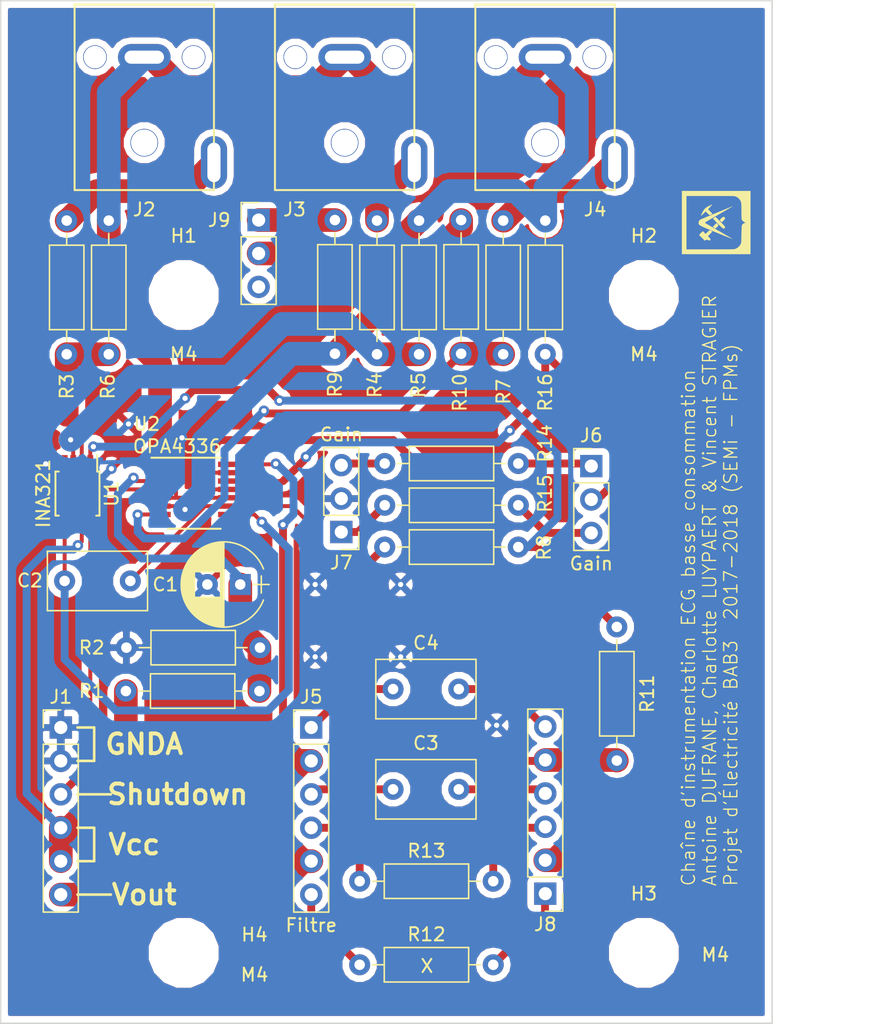
<source format=kicad_pcb>
(kicad_pcb (version 4) (host pcbnew 4.0.7)
  (layers (0 F.Cu signal) (31 B.Cu signal) (35 F.Paste user hide) (37 F.SilkS user) (39 F.Mask user) (44 Edge.Cuts user))
  (net 0 "")
  (net 1 "Net-(C2-Pad1)")
  (net 2 "Net-(C2-Pad2)")
  (net 3 "Net-(C3-Pad1)")
  (net 4 "Net-(C3-Pad2)")
  (net 5 GNDA)
  (net 6 "Net-(J2-Pad1)")
  (net 7 "Net-(J3-Pad1)")
  (net 8 "Net-(J4-Pad1)")
  (net 9 "Net-(J5-Pad4)")
  (net 10 "Net-(J5-Pad6)")
  (net 11 "Net-(J6-Pad1)")
  (net 12 "Net-(J6-Pad3)")
  (net 13 "Net-(R11-Pad1)")
  (net 14 "Net-(R10-Pad2)")
  (net 15 "Net-(R10-Pad1)")
  (net 16 "Net-(U2-Pad8)")
  (net 17 "Net-(U2-Pad9)")
  (net 18 "Net-(C4-Pad1)")
  (net 19 "Net-(C4-Pad2)")
  (net 20 "Net-(R3-Pad1)")
  (net 21 "Net-(R4-Pad1)")
  (net 22 "Net-(J7-Pad1)")
  (net 23 "Net-(J7-Pad3)")
  (net 24 "Net-(J8-Pad1)")
  (net 25 "Net-(J8-Pad2)")
  (net 26 "Net-(J8-Pad3)")
  (net 27 VR_0)
  (net 28 SD)
  (net 29 VCC)
  (net 30 Vout)
  (net 31 VR)
  (net 32 +In_D)
  (net 33 "Net-(J9-Pad1)")
  (net 34 "Net-(J9-Pad3)")
  (module KiCad_empreintes:VIA_0.8mm (layer F.Cu) (at 140 97.5)
    (fp_text reference REF** hide)
    (fp_text value VIA_0.8mm hide)
    (pad 1 thru_hole circle (at 0 0) (size 0.8 0.8) (drill 0.4) (layers *.Cu *.Mask) (net 5 GNDA))
  )
  (module KiCad_empreintes:VIA_0.8mm (layer F.Cu) (at 146.5 97.5)
    (fp_text reference REF** hide)
    (fp_text value VIA_0.8mm hide)
    (pad 1 thru_hole circle (at 0 0) (size 0.8 0.8) (drill 0.4) (layers *.Cu *.Mask) (net 5 GNDA))
  )
  (module KiCad_empreintes:VIA_0.8mm (layer F.Cu) (at 146.5 92)
    (fp_text reference REF** hide)
    (fp_text value VIA_0.8mm hide)
    (pad 1 thru_hole circle (at 0 0) (size 0.8 0.8) (drill 0.4) (layers *.Cu *.Mask) (net 5 GNDA))
  )
  (module Housings_SSOP:MSOP-8_3x3mm_Pitch0.65mm (layer F.Cu) (at 121.92 85.09 270)
    (fp_text reference U1 (at 0 -2.6 270) (layer F.SilkS))
    (fp_text value INA321 (at 0 2.6 270) (layer F.SilkS))
    (pad 1 smd rect (at -2.2 -0.975 270) (size 1.45 0.45) (layers F.Cu F.Paste F.Mask) (net 13 "Net-(R11-Pad1)"))
    (pad 2 smd rect (at -2.2 -0.325 270) (size 1.45 0.45) (layers F.Cu F.Paste F.Mask) (net 20 "Net-(R3-Pad1)"))
    (pad 3 smd rect (at -2.2 0.325 270) (size 1.45 0.45) (layers F.Cu F.Paste F.Mask) (net 21 "Net-(R4-Pad1)"))
    (pad 4 smd rect (at -2.2 0.975 270) (size 1.45 0.45) (layers F.Cu F.Paste F.Mask) (net 5 GNDA))
    (pad 5 smd rect (at 2.2 0.975 270) (size 1.45 0.45) (layers F.Cu F.Paste F.Mask) (net 1 "Net-(C2-Pad1)"))
    (pad 6 smd rect (at 2.2 0.325 270) (size 1.45 0.45) (layers F.Cu F.Paste F.Mask) (net 13 "Net-(R11-Pad1)"))
    (pad 7 smd rect (at 2.2 -0.325 270) (size 1.45 0.45) (layers F.Cu F.Paste F.Mask) (net 29 VCC))
    (pad 8 smd rect (at 2.2 -0.975 270) (size 1.45 0.45) (layers F.Cu F.Paste F.Mask) (net 28 SD))
  )
  (module Mounting_Holes:MountingHole_4.3mm_M4_ISO14580 (layer F.Cu) (at 130 120)
    (fp_text reference H4 (at 5.382 -1.382) (layer F.SilkS))
    (fp_text value M4 (at 5.382 1.666) (layer F.SilkS))
    (pad 1 np_thru_hole circle (at 0 0) (size 4.3 4.3) (drill 4.3) (layers *.Cu *.Mask))
  )
  (module Mounting_Holes:MountingHole_4.3mm_M4_ISO14580 (layer F.Cu) (at 165 120)
    (fp_text reference H3 (at 0 -4.5) (layer F.SilkS))
    (fp_text value M4 (at 5.434 0.142) (layer F.SilkS))
    (pad 1 np_thru_hole circle (at 0 0) (size 4.3 4.3) (drill 4.3) (layers *.Cu *.Mask))
  )
  (module Mounting_Holes:MountingHole_4.3mm_M4_ISO14580 (layer F.Cu) (at 130 70)
    (fp_text reference H1 (at 0 -4.5) (layer F.SilkS))
    (fp_text value M4 (at 0 4.5) (layer F.SilkS))
    (pad 1 np_thru_hole circle (at 0 0) (size 4.3 4.3) (drill 4.3) (layers *.Cu *.Mask))
  )
  (module Pin_Headers:Pin_Header_Straight_1x06_Pitch2.54mm (layer F.Cu) (at 120.65 102.87)
    (fp_text reference J1 (at 0 -2.33) (layer F.SilkS))
    (fp_text value "GNDA Shutdown V+ Vout" hide)
    (pad 1 thru_hole rect (at 0 0) (size 1.7 1.7) (drill 1) (layers *.Cu *.Mask) (net 5 GNDA))
    (pad 2 thru_hole oval (at 0 2.54) (size 1.7 1.7) (drill 1) (layers *.Cu *.Mask) (net 5 GNDA))
    (pad 3 thru_hole oval (at 0 5.08) (size 1.7 1.7) (drill 1) (layers *.Cu *.Mask) (net 28 SD))
    (pad 4 thru_hole oval (at 0 7.62) (size 1.7 1.7) (drill 1) (layers *.Cu *.Mask) (net 29 VCC))
    (pad 5 thru_hole oval (at 0 10.16) (size 1.7 1.7) (drill 1) (layers *.Cu *.Mask) (net 29 VCC))
    (pad 6 thru_hole oval (at 0 12.7) (size 1.7 1.7) (drill 1) (layers *.Cu *.Mask) (net 30 Vout))
  )
  (module Pin_Headers:Pin_Header_Straight_1x06_Pitch2.54mm (layer F.Cu) (at 139.7 102.87)
    (fp_text reference J5 (at 0 -2.33) (layer F.SilkS))
    (fp_text value Filtre (at 0 15.03) (layer F.SilkS))
    (pad 1 thru_hole rect (at 0 0) (size 1.7 1.7) (drill 1) (layers *.Cu *.Mask) (net 18 "Net-(C4-Pad1)"))
    (pad 2 thru_hole oval (at 0 2.54) (size 1.7 1.7) (drill 1) (layers *.Cu *.Mask) (net 30 Vout))
    (pad 3 thru_hole oval (at 0 5.08) (size 1.7 1.7) (drill 1) (layers *.Cu *.Mask) (net 3 "Net-(C3-Pad1)"))
    (pad 4 thru_hole oval (at 0 7.62) (size 1.7 1.7) (drill 1) (layers *.Cu *.Mask) (net 9 "Net-(J5-Pad4)"))
    (pad 5 thru_hole oval (at 0 10.16) (size 1.7 1.7) (drill 1) (layers *.Cu *.Mask) (net 30 Vout))
    (pad 6 thru_hole oval (at 0 12.7) (size 1.7 1.7) (drill 1) (layers *.Cu *.Mask) (net 10 "Net-(J5-Pad6)"))
  )
  (module Resistors_THT:R_Axial_DIN0207_L6.3mm_D2.5mm_P10.16mm_Horizontal (layer F.Cu) (at 125.6 100.1)
    (fp_text reference R1 (at -2.6 0) (layer F.SilkS))
    (fp_text value 100K hide)
    (pad 1 thru_hole circle (at 0 0) (size 1.6 1.6) (drill 0.8) (layers *.Cu *.Mask) (net 29 VCC))
    (pad 2 thru_hole oval (at 10.16 0) (size 1.6 1.6) (drill 0.8) (layers *.Cu *.Mask) (net 27 VR_0))
  )
  (module Resistors_THT:R_Axial_DIN0207_L6.3mm_D2.5mm_P10.16mm_Horizontal (layer F.Cu) (at 135.8 96.8 180)
    (fp_text reference R2 (at 12.8 0 180) (layer F.SilkS))
    (fp_text value 100K)
    (pad 1 thru_hole circle (at 0 0 180) (size 1.6 1.6) (drill 0.8) (layers *.Cu *.Mask) (net 27 VR_0))
    (pad 2 thru_hole oval (at 10.16 0 180) (size 1.6 1.6) (drill 0.8) (layers *.Cu *.Mask) (net 5 GNDA))
  )
  (module Resistors_THT:R_Axial_DIN0207_L6.3mm_D2.5mm_P10.16mm_Horizontal (layer F.Cu) (at 121.1 74.5 90)
    (fp_text reference R3 (at -2.451 0.007 90) (layer F.SilkS))
    (fp_text value 100K)
    (pad 1 thru_hole circle (at 0 0 90) (size 1.6 1.6) (drill 0.8) (layers *.Cu *.Mask) (net 20 "Net-(R3-Pad1)"))
    (pad 2 thru_hole oval (at 10.16 0 90) (size 1.6 1.6) (drill 0.8) (layers *.Cu *.Mask) (net 6 "Net-(J2-Pad1)"))
  )
  (module Resistors_THT:R_Axial_DIN0207_L6.3mm_D2.5mm_P10.16mm_Horizontal (layer F.Cu) (at 144.7 74.5 90)
    (fp_text reference R4 (at -2.351 -0.168 90) (layer F.SilkS))
    (fp_text value 100K)
    (pad 1 thru_hole circle (at 0 0 90) (size 1.6 1.6) (drill 0.8) (layers *.Cu *.Mask) (net 21 "Net-(R4-Pad1)"))
    (pad 2 thru_hole oval (at 10.16 0 90) (size 1.6 1.6) (drill 0.8) (layers *.Cu *.Mask) (net 7 "Net-(J3-Pad1)"))
  )
  (module Resistors_THT:R_Axial_DIN0207_L6.3mm_D2.5mm_P10.16mm_Horizontal (layer F.Cu) (at 147.9 74.5 90)
    (fp_text reference R5 (at -2.351 -0.043 90) (layer F.SilkS))
    (fp_text value 2M)
    (pad 1 thru_hole circle (at 0 0 90) (size 1.6 1.6) (drill 0.8) (layers *.Cu *.Mask) (net 21 "Net-(R4-Pad1)"))
    (pad 2 thru_hole oval (at 10.16 0 90) (size 1.6 1.6) (drill 0.8) (layers *.Cu *.Mask) (net 31 VR))
  )
  (module Resistors_THT:R_Axial_DIN0207_L6.3mm_D2.5mm_P10.16mm_Horizontal (layer F.Cu) (at 124.3 74.5 90)
    (fp_text reference R6 (at -2.451 -0.068 90) (layer F.SilkS))
    (fp_text value 2M)
    (pad 1 thru_hole circle (at 0 0 90) (size 1.6 1.6) (drill 0.8) (layers *.Cu *.Mask) (net 20 "Net-(R3-Pad1)"))
    (pad 2 thru_hole oval (at 10.16 0 90) (size 1.6 1.6) (drill 0.8) (layers *.Cu *.Mask) (net 31 VR))
  )
  (module Resistors_THT:R_Axial_DIN0207_L6.3mm_D2.5mm_P10.16mm_Horizontal (layer F.Cu) (at 154.3 74.5 90)
    (fp_text reference R7 (at -2.851 0.027 90) (layer F.SilkS))
    (fp_text value 100K)
    (pad 1 thru_hole circle (at 0 0 90) (size 1.6 1.6) (drill 0.8) (layers *.Cu *.Mask) (net 14 "Net-(R10-Pad2)"))
    (pad 2 thru_hole oval (at 10.16 0 90) (size 1.6 1.6) (drill 0.8) (layers *.Cu *.Mask) (net 8 "Net-(J4-Pad1)"))
  )
  (module Resistors_THT:R_Axial_DIN0207_L6.3mm_D2.5mm_P10.16mm_Horizontal (layer F.Cu) (at 155.448 89.154 180)
    (fp_text reference R8 (at -1.952 -0.046 270) (layer F.SilkS))
    (fp_text value 1M)
    (pad 1 thru_hole circle (at 0 0 180) (size 1.6 1.6) (drill 0.8) (layers *.Cu *.Mask) (net 13 "Net-(R11-Pad1)"))
    (pad 2 thru_hole oval (at 10.16 0 180) (size 1.6 1.6) (drill 0.8) (layers *.Cu *.Mask) (net 2 "Net-(C2-Pad2)"))
  )
  (module Resistors_THT:R_Axial_DIN0207_L6.3mm_D2.5mm_P10.16mm_Horizontal (layer F.Cu) (at 141.5 64.3 270)
    (fp_text reference R9 (at 12.511 -0.007 270) (layer F.SilkS))
    (fp_text value 10K)
    (pad 1 thru_hole circle (at 0 0 270) (size 1.6 1.6) (drill 0.8) (layers *.Cu *.Mask) (net 33 "Net-(J9-Pad1)"))
    (pad 2 thru_hole oval (at 10.16 0 270) (size 1.6 1.6) (drill 0.8) (layers *.Cu *.Mask) (net 15 "Net-(R10-Pad1)"))
  )
  (module Resistors_THT:R_Axial_DIN0207_L6.3mm_D2.5mm_P10.16mm_Horizontal (layer F.Cu) (at 151.1 64.3 270)
    (fp_text reference R10 (at 13.111 0.098 270) (layer F.SilkS))
    (fp_text value 390K)
    (pad 1 thru_hole circle (at 0 0 270) (size 1.6 1.6) (drill 0.8) (layers *.Cu *.Mask) (net 15 "Net-(R10-Pad1)"))
    (pad 2 thru_hole oval (at 10.16 0 270) (size 1.6 1.6) (drill 0.8) (layers *.Cu *.Mask) (net 14 "Net-(R10-Pad2)"))
  )
  (module Resistors_THT:R_Axial_DIN0207_L6.3mm_D2.5mm_P10.16mm_Horizontal (layer F.Cu) (at 162.941 95.2246 270)
    (fp_text reference R11 (at 5.08 -2.31 270) (layer F.SilkS))
    (fp_text value 10K hide)
    (pad 1 thru_hole circle (at 0 0 270) (size 1.6 1.6) (drill 0.8) (layers *.Cu *.Mask) (net 13 "Net-(R11-Pad1)"))
    (pad 2 thru_hole oval (at 10.16 0 270) (size 1.6 1.6) (drill 0.8) (layers *.Cu *.Mask) (net 25 "Net-(J8-Pad2)"))
  )
  (module Resistors_THT:R_Axial_DIN0207_L6.3mm_D2.5mm_P10.16mm_Horizontal (layer F.Cu) (at 143.383 120.904)
    (fp_text reference R12 (at 5.08 -2.31) (layer F.SilkS))
    (fp_text value X (at 5.117 0.096) (layer F.SilkS))
    (pad 1 thru_hole circle (at 0 0) (size 1.6 1.6) (drill 0.8) (layers *.Cu *.Mask) (net 10 "Net-(J5-Pad6)"))
    (pad 2 thru_hole oval (at 10.16 0) (size 1.6 1.6) (drill 0.8) (layers *.Cu *.Mask) (net 24 "Net-(J8-Pad1)"))
  )
  (module Resistors_THT:R_Axial_DIN0207_L6.3mm_D2.5mm_P10.16mm_Horizontal (layer F.Cu) (at 143.383 114.554)
    (fp_text reference R13 (at 5.08 -2.31) (layer F.SilkS))
    (fp_text value 1M hide)
    (pad 1 thru_hole circle (at 0 0) (size 1.6 1.6) (drill 0.8) (layers *.Cu *.Mask) (net 9 "Net-(J5-Pad4)"))
    (pad 2 thru_hole oval (at 10.16 0) (size 1.6 1.6) (drill 0.8) (layers *.Cu *.Mask) (net 26 "Net-(J8-Pad3)"))
  )
  (module Resistors_THT:R_Axial_DIN0207_L6.3mm_D2.5mm_P10.16mm_Horizontal (layer F.Cu) (at 155.448 82.804 180)
    (fp_text reference R14 (at -2.032 1.524 270) (layer F.SilkS))
    (fp_text value 1M)
    (pad 1 thru_hole circle (at 0 0 180) (size 1.6 1.6) (drill 0.8) (layers *.Cu *.Mask) (net 11 "Net-(J6-Pad1)"))
    (pad 2 thru_hole oval (at 10.16 0 180) (size 1.6 1.6) (drill 0.8) (layers *.Cu *.Mask) (net 23 "Net-(J7-Pad3)"))
  )
  (module Resistors_THT:R_Axial_DIN0207_L6.3mm_D2.5mm_P10.16mm_Horizontal (layer F.Cu) (at 155.448 85.979 180)
    (fp_text reference R15 (at -2.032 0.889 270) (layer F.SilkS))
    (fp_text value X)
    (pad 1 thru_hole circle (at 0 0 180) (size 1.6 1.6) (drill 0.8) (layers *.Cu *.Mask) (net 12 "Net-(J6-Pad3)"))
    (pad 2 thru_hole oval (at 10.16 0 180) (size 1.6 1.6) (drill 0.8) (layers *.Cu *.Mask) (net 22 "Net-(J7-Pad1)"))
  )
  (module Mounting_Holes:MountingHole_4.3mm_M4_ISO14580 (layer F.Cu) (at 165 70)
    (fp_text reference H2 (at 0 -4.5) (layer F.SilkS))
    (fp_text value M4 (at 0 4.5) (layer F.SilkS))
    (pad 1 np_thru_hole circle (at 0 0) (size 4.3 4.3) (drill 4.3) (layers *.Cu *.Mask))
  )
  (module KiCad_empreintes:DBQ0016A (layer F.Cu) (at 130.81 85.09)
    (fp_text reference U2 (at -3.61 -5.29) (layer F.SilkS))
    (fp_text value OPA4336 (at -1.31 -3.59) (layer F.SilkS))
    (pad 1 smd rect (at -2.6 -2.2225) (size 1.6 0.41) (layers F.Cu F.Paste F.Mask) (net 31 VR))
    (pad 2 smd rect (at -2.6 -1.5875) (size 1.6 0.41) (layers F.Cu F.Paste F.Mask) (net 31 VR))
    (pad 3 smd rect (at -2.6 -0.9525) (size 1.6 0.41) (layers F.Cu F.Paste F.Mask) (net 27 VR_0))
    (pad 4 smd rect (at -2.6 -0.3175) (size 1.6 0.41) (layers F.Cu F.Paste F.Mask) (net 29 VCC))
    (pad 5 smd rect (at -2.6 0.3175) (size 1.6 0.41) (layers F.Cu F.Paste F.Mask) (net 31 VR))
    (pad 6 smd rect (at -2.6 0.9525) (size 1.6 0.41) (layers F.Cu F.Paste F.Mask) (net 15 "Net-(R10-Pad1)"))
    (pad 7 smd rect (at -2.6 1.5875) (size 1.6 0.41) (layers F.Cu F.Paste F.Mask) (net 14 "Net-(R10-Pad2)"))
    (pad 8 smd rect (at -2.6 2.2225) (size 1.6 0.41) (layers F.Cu F.Paste F.Mask) (net 16 "Net-(U2-Pad8)"))
    (pad 9 smd rect (at 2.6 2.2225) (size 1.6 0.41) (layers F.Cu F.Paste F.Mask) (net 17 "Net-(U2-Pad9)"))
    (pad 10 smd rect (at 2.6 1.5875) (size 1.6 0.41) (layers F.Cu F.Paste F.Mask) (net 1 "Net-(C2-Pad1)"))
    (pad 11 smd rect (at 2.6 0.9525) (size 1.6 0.41) (layers F.Cu F.Paste F.Mask) (net 2 "Net-(C2-Pad2)"))
    (pad 12 smd rect (at 2.6 0.3175) (size 1.6 0.41) (layers F.Cu F.Paste F.Mask) (net 31 VR))
    (pad 13 smd rect (at 2.6 -0.3175) (size 1.6 0.41) (layers F.Cu F.Paste F.Mask) (net 5 GNDA))
    (pad 14 smd rect (at 2.6 -0.9525) (size 1.6 0.41) (layers F.Cu F.Paste F.Mask) (net 32 +In_D))
    (pad 15 smd rect (at 2.6 -1.5875) (size 1.6 0.41) (layers F.Cu F.Paste F.Mask) (net 25 "Net-(J8-Pad2)"))
    (pad 16 smd rect (at 2.6 -2.2225) (size 1.6 0.41) (layers F.Cu F.Paste F.Mask) (net 30 Vout))
  )
  (module KiCad_empreintes:Blason_FPMs_4,8X5,2 (layer F.Cu) (at 170.5 64.5 90)
    (fp_text reference "" hide)
    (fp_text value "" (at -0.7366 13.4366 90) (layer F.SilkS))
  )
  (module Pin_Headers:Pin_Header_Straight_1x03_Pitch2.54mm (layer F.Cu) (at 141.986 88.011 180)
    (fp_text reference J7 (at 0 -2.33 180) (layer F.SilkS))
    (fp_text value Gain (at 0 7.41 180) (layer F.SilkS))
    (pad 1 thru_hole rect (at 0 0 180) (size 1.7 1.7) (drill 1) (layers *.Cu *.Mask) (net 22 "Net-(J7-Pad1)"))
    (pad 2 thru_hole oval (at 0 2.54 180) (size 1.7 1.7) (drill 1) (layers *.Cu *.Mask) (net 5 GNDA))
    (pad 3 thru_hole oval (at 0 5.08 180) (size 1.7 1.7) (drill 1) (layers *.Cu *.Mask) (net 23 "Net-(J7-Pad3)"))
  )
  (module Pin_Headers:Pin_Header_Straight_1x06_Pitch2.54mm (layer F.Cu) (at 157.5 115.5 180)
    (fp_text reference J8 (at 0 -2.33 180) (layer F.SilkS))
    (fp_text value Filtre)
    (pad 1 thru_hole rect (at 0 0 180) (size 1.7 1.7) (drill 1) (layers *.Cu *.Mask) (net 24 "Net-(J8-Pad1)"))
    (pad 2 thru_hole oval (at 0 2.54 180) (size 1.7 1.7) (drill 1) (layers *.Cu *.Mask) (net 25 "Net-(J8-Pad2)"))
    (pad 3 thru_hole oval (at 0 5.08 180) (size 1.7 1.7) (drill 1) (layers *.Cu *.Mask) (net 26 "Net-(J8-Pad3)"))
    (pad 4 thru_hole oval (at 0 7.62 180) (size 1.7 1.7) (drill 1) (layers *.Cu *.Mask) (net 4 "Net-(C3-Pad2)"))
    (pad 5 thru_hole oval (at 0 10.16 180) (size 1.7 1.7) (drill 1) (layers *.Cu *.Mask) (net 25 "Net-(J8-Pad2)"))
    (pad 6 thru_hole oval (at 0 12.7 180) (size 1.7 1.7) (drill 1) (layers *.Cu *.Mask) (net 19 "Net-(C4-Pad2)"))
  )
  (module Resistors_THT:R_Axial_DIN0207_L6.3mm_D2.5mm_P10.16mm_Horizontal (layer F.Cu) (at 157.5 74.5 90)
    (fp_text reference R16 (at -2.9 0 90) (layer F.SilkS))
    (fp_text value 10K)
    (pad 1 thru_hole circle (at 0 0 90) (size 1.6 1.6) (drill 0.8) (layers *.Cu *.Mask) (net 32 +In_D))
    (pad 2 thru_hole oval (at 10.16 0 90) (size 1.6 1.6) (drill 0.8) (layers *.Cu *.Mask) (net 31 VR))
  )
  (module Pin_Headers:Pin_Header_Straight_1x03_Pitch2.54mm (layer F.Cu) (at 161 83)
    (fp_text reference J6 (at 0 -2.33) (layer F.SilkS))
    (fp_text value Gain (at 0 7.41) (layer F.SilkS))
    (pad 1 thru_hole rect (at 0 0) (size 1.7 1.7) (drill 1) (layers *.Cu *.Mask) (net 11 "Net-(J6-Pad1)"))
    (pad 2 thru_hole oval (at 0 2.54) (size 1.7 1.7) (drill 1) (layers *.Cu *.Mask) (net 32 +In_D))
    (pad 3 thru_hole oval (at 0 5.08) (size 1.7 1.7) (drill 1) (layers *.Cu *.Mask) (net 12 "Net-(J6-Pad3)"))
  )
  (module Capacitors_THT:CP_Radial_D6.3mm_P2.50mm (layer F.Cu) (at 134.3 92 180)
    (fp_text reference C1 (at 5.7 0 180) (layer F.SilkS))
    (fp_text value 1µF)
    (pad 1 thru_hole rect (at 0 0 180) (size 1.6 1.6) (drill 0.8) (layers *.Cu *.Mask) (net 27 VR_0))
    (pad 2 thru_hole circle (at 2.5 0 180) (size 1.6 1.6) (drill 0.8) (layers *.Cu *.Mask) (net 5 GNDA))
  )
  (module KiCad_empreintes:VIA_0.8mm (layer F.Cu) (at 140 92)
    (fp_text reference REF** hide)
    (fp_text value VIA_0.8mm hide)
    (pad 1 thru_hole circle (at 0 0) (size 0.8 0.8) (drill 0.4) (layers *.Cu *.Mask) (net 5 GNDA))
  )
  (module KiCad_empreintes:VIA_0.8mm (layer F.Cu) (at 160 109.2)
    (fp_text reference REF** hide)
    (fp_text value VIA_0.8mm hide)
  )
  (module KiCad_empreintes:VIA_0.8mm (layer F.Cu) (at 153.8 102.7)
    (fp_text reference REF** hide)
    (fp_text value VIA_0.8mm hide)
    (pad 1 thru_hole circle (at 0 0) (size 0.8 0.8) (drill 0.4) (layers *.Cu *.Mask) (net 5 GNDA))
  )
  (module Capacitors_THT:C_Disc_D7.5mm_W4.4mm_P5.00mm (layer F.Cu) (at 120.94 91.73)
    (fp_text reference C2 (at -2.64 -0.03) (layer F.SilkS))
    (fp_text value 0.1µ)
    (pad 1 thru_hole circle (at 0 0) (size 1.6 1.6) (drill 0.8) (layers *.Cu *.Mask) (net 1 "Net-(C2-Pad1)"))
    (pad 2 thru_hole circle (at 5 0) (size 1.6 1.6) (drill 0.8) (layers *.Cu *.Mask) (net 2 "Net-(C2-Pad2)"))
  )
  (module Capacitors_THT:C_Disc_D7.5mm_W4.4mm_P5.00mm (layer F.Cu) (at 145.923 99.949)
    (fp_text reference C4 (at 2.5 -3.51) (layer F.SilkS))
    (fp_text value X)
    (pad 1 thru_hole circle (at 0 0) (size 1.6 1.6) (drill 0.8) (layers *.Cu *.Mask) (net 18 "Net-(C4-Pad1)"))
    (pad 2 thru_hole circle (at 5 0) (size 1.6 1.6) (drill 0.8) (layers *.Cu *.Mask) (net 19 "Net-(C4-Pad2)"))
  )
  (module Capacitors_THT:C_Disc_D7.5mm_W4.4mm_P5.00mm (layer F.Cu) (at 145.923 107.569)
    (fp_text reference C3 (at 2.5 -3.51) (layer F.SilkS))
    (fp_text value 1.6n)
    (pad 1 thru_hole circle (at 0 0) (size 1.6 1.6) (drill 0.8) (layers *.Cu *.Mask) (net 3 "Net-(C3-Pad1)"))
    (pad 2 thru_hole circle (at 5 0) (size 1.6 1.6) (drill 0.8) (layers *.Cu *.Mask) (net 4 "Net-(C3-Pad2)"))
  )
  (module KiCad_empreintes:VIA_0.8mm (layer F.Cu) (at 124.5 83.2)
    (fp_text reference REF** hide)
    (fp_text value VIA_0.8mm hide)
    (pad 1 thru_hole circle (at 0 0) (size 0.8 0.8) (drill 0.4) (layers *.Cu *.Mask) (net 5 GNDA))
  )
  (module KiCad_empreintes:VIA_0.8mm (layer F.Cu) (at 125.8 79.8)
    (fp_text reference REF** hide)
    (fp_text value VIA_0.8mm hide)
    (pad 1 thru_hole circle (at 0 0) (size 0.8 0.8) (drill 0.4) (layers *.Cu *.Mask) (net 5 GNDA))
  )
  (module KiCad_empreintes:JEITA_RC-5231 (layer F.Cu) (at 157.48 58.42)
    (fp_text reference J4 (at 3.81 5.08) (layer F.SilkS))
    (fp_text value "Right Leg")
    (pad "" np_thru_hole circle (at -3.75 -6.5) (size 1.8 1.8) (drill 1.7) (layers *.Cu *.Mask))
    (pad "" np_thru_hole circle (at 3.75 -6.5) (size 1.8 1.8) (drill 1.7) (layers *.Cu *.Mask))
    (pad "" np_thru_hole circle (at 0 0) (size 2.1 2.1) (drill 2) (layers *.Cu *.Mask))
    (pad 2 thru_hole oval (at 0 -6.5) (size 4 2) (drill oval 3 1) (layers *.Cu *.Mask) (net 31 VR))
    (pad 1 thru_hole oval (at 5.3 1.5) (size 2 4) (drill oval 1 3) (layers *.Cu *.Mask) (net 8 "Net-(J4-Pad1)"))
  )
  (module KiCad_empreintes:JEITA_RC-5231 (layer F.Cu) (at 142.24 58.42)
    (fp_text reference J3 (at -3.81 5.08) (layer F.SilkS))
    (fp_text value "Right Arm")
    (pad "" np_thru_hole circle (at -3.75 -6.5) (size 1.8 1.8) (drill 1.7) (layers *.Cu *.Mask))
    (pad "" np_thru_hole circle (at 3.75 -6.5) (size 1.8 1.8) (drill 1.7) (layers *.Cu *.Mask))
    (pad "" np_thru_hole circle (at 0 0) (size 2.1 2.1) (drill 2) (layers *.Cu *.Mask))
    (pad 2 thru_hole oval (at 0 -6.5) (size 4 2) (drill oval 3 1) (layers *.Cu *.Mask) (net 31 VR))
    (pad 1 thru_hole oval (at 5.3 1.5) (size 2 4) (drill oval 1 3) (layers *.Cu *.Mask) (net 7 "Net-(J3-Pad1)"))
  )
  (module KiCad_empreintes:JEITA_RC-5231 (layer F.Cu) (at 127 58.42)
    (fp_text reference J2 (at 0 5.08) (layer F.SilkS))
    (fp_text value "Left Arm")
    (pad "" np_thru_hole circle (at -3.75 -6.5) (size 1.8 1.8) (drill 1.7) (layers *.Cu *.Mask))
    (pad "" np_thru_hole circle (at 3.75 -6.5) (size 1.8 1.8) (drill 1.7) (layers *.Cu *.Mask))
    (pad "" np_thru_hole circle (at 0 0) (size 2.1 2.1) (drill 2) (layers *.Cu *.Mask))
    (pad 2 thru_hole oval (at 0 -6.5) (size 4 2) (drill oval 3 1) (layers *.Cu *.Mask) (net 31 VR))
    (pad 1 thru_hole oval (at 5.3 1.5) (size 2 4) (drill oval 1 3) (layers *.Cu *.Mask) (net 6 "Net-(J2-Pad1)"))
  )
  (module Pin_Headers:Pin_Header_Straight_1x03_Pitch2.54mm (layer F.Cu) (at 135.7 64.3)
    (fp_text reference J9 (at -3 0) (layer F.SilkS))
    (fp_text value Offset)
    (pad 1 thru_hole rect (at 0 0) (size 1.7 1.7) (drill 1) (layers *.Cu *.Mask) (net 33 "Net-(J9-Pad1)"))
    (pad 2 thru_hole oval (at 0 2.54) (size 1.7 1.7) (drill 1) (layers *.Cu *.Mask) (net 31 VR))
    (pad 3 thru_hole oval (at 0 5.08) (size 1.7 1.7) (drill 1) (layers *.Cu *.Mask) (net 34 "Net-(J9-Pad3)"))
  )
  (gr_text "Chaîne d'instrumentation ECG basse consommation\nAntoine DUFRANE, Charlotte LUYPAERT & Vincent STRAGIER\nProjet d'Électricité BAB3  2017-2018 (SEMi - FPMs)" (at 170 115 90) (layer F.SilkS) (effects (font (size 1 1) (thickness 0.1)) (justify left)))
  (gr_line (start 123.19 102.87) (end 121.92 102.87) (angle 90) (layer F.SilkS) (width 0.2))
  (gr_line (start 123.19 110.49) (end 121.92 110.49) (angle 90) (layer F.SilkS) (width 0.2))
  (gr_line (start 174.752 125.349) (end 174.752 47.625) (angle 90) (layer Edge.Cuts) (width 0.1))
  (gr_line (start 116.078 125.349) (end 174.752 125.349) (angle 90) (layer Edge.Cuts) (width 0.1))
  (gr_line (start 116.078 47.625) (end 116.078 125.349) (angle 90) (layer Edge.Cuts) (width 0.1))
  (gr_line (start 174.752 47.625) (end 116.078 47.625) (angle 90) (layer Edge.Cuts) (width 0.1))
  (gr_line (start 123.19 105.41) (end 121.92 105.41) (angle 90) (layer F.SilkS) (width 0.2))
  (gr_line (start 123.19 102.87) (end 123.19 105.41) (angle 90) (layer F.SilkS) (width 0.2))
  (gr_line (start 121.92 107.95) (end 124.46 107.95) (angle 90) (layer F.SilkS) (width 0.2))
  (gr_line (start 123.19 113.03) (end 123.19 110.49) (angle 90) (layer F.SilkS) (width 0.2))
  (gr_line (start 121.92 113.03) (end 123.19 113.03) (angle 90) (layer F.SilkS) (width 0.2))
  (gr_line (start 121.92 115.57) (end 124.46 115.57) (angle 90) (layer F.SilkS) (width 0.2))
  (gr_text Vcc (at 126.238 111.76) (layer F.SilkS) (effects (font (size 1.5 1.5) (thickness 0.3))))
  (gr_text "Shutdown\n" (at 129.54 107.95) (layer F.SilkS) (effects (font (size 1.5 1.5) (thickness 0.3))))
  (gr_text "Vout\n" (at 127 115.57) (layer F.SilkS) (effects (font (size 1.5 1.5) (thickness 0.3))))
  (gr_text "GNDA\n" (at 127 104.14) (layer F.SilkS) (effects (font (size 1.5 1.5) (thickness 0.3))))
  (segment (start 135.3693 86.6775) (end 133.41 86.6775) (width 0.3) (layer F.Cu) (net 1))
  (segment (start 135.9408 87.249) (end 135.3693 86.6775) (width 0.3) (layer F.Cu) (net 1))
  (via (at 135.9408 87.249) (size 0.8) (drill 0.4) (layers F.Cu B.Cu) (net 1))
  (segment (start 137.9982 89.3064) (end 135.9408 87.249) (width 0.6) (layer B.Cu) (net 1))
  (segment (start 137.9982 99.9998) (end 137.9982 89.3064) (width 0.6) (layer B.Cu) (net 1))
  (segment (start 136.4234 101.5746) (end 137.9982 99.9998) (width 0.6) (layer B.Cu) (net 1))
  (segment (start 124.841 101.5746) (end 136.4234 101.5746) (width 0.6) (layer B.Cu) (net 1))
  (segment (start 120.945 87.29) (end 120.945 91.72284) (width 0.3) (layer F.Cu) (net 1))
  (segment (start 120.94336 97.67696) (end 124.841 101.5746) (width 0.6) (layer B.Cu) (net 1))
  (segment (start 120.94336 91.72448) (end 120.94336 97.67696) (width 0.6) (layer B.Cu) (net 1))
  (segment (start 120.945 91.72284) (end 120.94336 91.72448) (width 0.3) (layer F.Cu) (net 1))
  (segment (start 125.94336 91.72448) (end 125.95352 91.72448) (width 0.6) (layer F.Cu) (net 2))
  (segment (start 125.95352 91.72448) (end 131.6355 86.0425) (width 0.3) (layer F.Cu) (net 2))
  (segment (start 125.94336 91.72448) (end 125.95252 91.72448) (width 0.3) (layer F.Cu) (net 2))
  (segment (start 133.41 86.0425) (end 138.2395 86.0425) (width 0.3) (layer F.Cu) (net 2))
  (segment (start 144.018 90.424) (end 145.288 89.154) (width 0.6) (layer F.Cu) (net 2))
  (segment (start 140.716 90.424) (end 144.018 90.424) (width 0.6) (layer F.Cu) (net 2))
  (segment (start 139.573 89.281) (end 140.716 90.424) (width 0.6) (layer F.Cu) (net 2))
  (segment (start 139.573 87.376) (end 139.573 89.281) (width 0.6) (layer F.Cu) (net 2))
  (segment (start 138.2395 86.0425) (end 139.573 87.376) (width 0.3) (layer F.Cu) (net 2))
  (segment (start 131.6355 86.0425) (end 133.41 86.0425) (width 0.3) (layer F.Cu) (net 2))
  (segment (start 145.923 107.569) (end 140.081 107.569) (width 0.6) (layer F.Cu) (net 3))
  (segment (start 140.081 107.569) (end 139.7 107.95) (width 0.6) (layer F.Cu) (net 3))
  (segment (start 150.923 107.569) (end 157.099 107.569) (width 0.6) (layer F.Cu) (net 4))
  (segment (start 157.099 107.569) (end 157.48 107.95) (width 0.6) (layer F.Cu) (net 4))
  (segment (start 133.41 84.7725) (end 130.9265 84.7725) (width 0.3) (layer F.Cu) (net 5))
  (segment (start 130.9265 84.7725) (end 130.053 83.899) (width 0.3) (layer F.Cu) (net 5))
  (segment (start 130.053 83.899) (end 130.053 82.449) (width 0.3) (layer F.Cu) (net 5))
  (segment (start 130.053 82.449) (end 129.8702 80.8732) (width 0.3) (layer F.Cu) (net 5))
  (segment (start 129.8702 80.8732) (end 129.8702 80.8482) (width 0.3) (layer F.Cu) (net 5))
  (via (at 129.8702 80.8482) (size 0.8) (drill 0.4) (layers F.Cu B.Cu) (net 5))
  (segment (start 129.8702 80.8482) (end 129.8452 80.8732) (width 0.3) (layer B.Cu) (net 5))
  (segment (start 129.8452 80.8732) (end 127.403 81.674) (width 0.3) (layer B.Cu) (net 5))
  (segment (start 127.403 81.674) (end 126.428 82.649) (width 0.3) (layer B.Cu) (net 5))
  (segment (start 126.428 82.649) (end 119.507 82.8294) (width 0.3) (layer B.Cu) (net 5))
  (via (at 119.507 82.8294) (size 0.8) (drill 0.4) (layers F.Cu B.Cu) (net 5))
  (segment (start 119.507 82.8294) (end 119.748 83.0704) (width 0.3) (layer F.Cu) (net 5))
  (segment (start 119.748 83.0704) (end 120.945 82.89) (width 0.3) (layer F.Cu) (net 5))
  (segment (start 120.65 102.87) (end 120.65 105.41) (width 0.6) (layer B.Cu) (net 5))
  (segment (start 141.9225 85.4075) (end 141.986 85.471) (width 0.3) (layer F.Cu) (net 5))
  (segment (start 121.1 64.34) (end 121.16 64.34) (width 1.8) (layer F.Cu) (net 6))
  (segment (start 121.16 64.34) (end 123.4 62.1) (width 1.8) (layer F.Cu) (net 6))
  (segment (start 123.4 62.1) (end 130.12 62.1) (width 1.8) (layer F.Cu) (net 6))
  (segment (start 130.12 62.1) (end 132.3 59.92) (width 1.8) (layer F.Cu) (net 6))
  (segment (start 121.1 64.096) (end 121.193 64.189) (width 0.6) (layer F.Cu) (net 6))
  (segment (start 144.7 64.34) (end 144.7 62.76) (width 1.8) (layer F.Cu) (net 7))
  (segment (start 144.7 62.76) (end 147.54 59.92) (width 1.8) (layer F.Cu) (net 7))
  (segment (start 154.3 64.34) (end 154.36 64.34) (width 1.8) (layer F.Cu) (net 8))
  (segment (start 154.36 64.34) (end 156.6 62.1) (width 1.8) (layer F.Cu) (net 8))
  (segment (start 156.6 62.1) (end 160.6 62.1) (width 1.8) (layer F.Cu) (net 8))
  (segment (start 160.6 62.1) (end 162.78 59.92) (width 1.8) (layer F.Cu) (net 8))
  (segment (start 139.7 110.49) (end 141.859 110.49) (width 0.6) (layer F.Cu) (net 9))
  (segment (start 143.383 112.014) (end 143.383 114.554) (width 0.6) (layer F.Cu) (net 9))
  (segment (start 141.859 110.49) (end 143.383 112.014) (width 0.6) (layer F.Cu) (net 9))
  (segment (start 139.7 115.57) (end 139.7 117.221) (width 0.6) (layer F.Cu) (net 10))
  (segment (start 139.7 117.221) (end 143.383 120.904) (width 0.6) (layer F.Cu) (net 10))
  (segment (start 155.448 82.804) (end 160.804 82.804) (width 0.6) (layer F.Cu) (net 11))
  (segment (start 160.804 82.804) (end 161 83) (width 0.6) (layer F.Cu) (net 11))
  (segment (start 161 88.08) (end 157.549 88.08) (width 0.6) (layer F.Cu) (net 12))
  (segment (start 157.549 88.08) (end 155.448 85.979) (width 0.6) (layer F.Cu) (net 12))
  (segment (start 155.448 89.154) (end 156.8704 89.154) (width 0.6) (layer F.Cu) (net 13))
  (segment (start 156.8704 89.154) (end 162.941 95.2246) (width 0.6) (layer F.Cu) (net 13))
  (segment (start 155.448 89.154) (end 156.173 89.154) (width 0.6) (layer B.Cu) (net 13))
  (segment (start 156.173 89.154) (end 158.428 86.899) (width 0.6) (layer B.Cu) (net 13))
  (segment (start 122.895 81.757) (end 122.895 82.89) (width 0.3) (layer F.Cu) (net 13))
  (segment (start 123.128 81.524) (end 122.895 81.757) (width 0.3) (layer F.Cu) (net 13))
  (via (at 123.128 81.524) (size 0.8) (drill 0.4) (layers F.Cu B.Cu) (net 13))
  (segment (start 126.428 81.524) (end 123.128 81.524) (width 0.6) (layer B.Cu) (net 13))
  (segment (start 130.103 77.849) (end 126.428 81.524) (width 0.6) (layer B.Cu) (net 13))
  (via (at 130.103 77.849) (size 0.8) (drill 0.4) (layers F.Cu B.Cu) (net 13))
  (segment (start 130.728 77.224) (end 130.103 77.849) (width 0.6) (layer F.Cu) (net 13))
  (segment (start 136.478 77.224) (end 130.728 77.224) (width 0.6) (layer F.Cu) (net 13))
  (segment (start 137.278 78.024) (end 136.478 77.224) (width 0.6) (layer F.Cu) (net 13))
  (via (at 137.278 78.024) (size 0.8) (drill 0.4) (layers F.Cu B.Cu) (net 13))
  (segment (start 154.353 78.024) (end 137.278 78.024) (width 0.6) (layer B.Cu) (net 13))
  (segment (start 158.428 82.099) (end 154.353 78.024) (width 0.6) (layer B.Cu) (net 13))
  (segment (start 158.428 86.899) (end 158.428 82.099) (width 0.6) (layer B.Cu) (net 13))
  (segment (start 122.895 82.89) (end 122.895 83.957) (width 0.3) (layer F.Cu) (net 13))
  (segment (start 121.595 85.257) (end 121.595 87.29) (width 0.3) (layer F.Cu) (net 13))
  (segment (start 122.895 83.957) (end 121.595 85.257) (width 0.3) (layer F.Cu) (net 13))
  (segment (start 128.21 86.6775) (end 126.5225 86.6775) (width 0.3) (layer F.Cu) (net 14))
  (segment (start 146.56 79) (end 151.1 74.46) (width 0.6) (layer F.Cu) (net 14))
  (segment (start 136.3 79) (end 146.56 79) (width 0.6) (layer F.Cu) (net 14))
  (segment (start 136.1 78.8) (end 136.3 79) (width 0.6) (layer F.Cu) (net 14))
  (via (at 136.1 78.8) (size 0.8) (drill 0.4) (layers F.Cu B.Cu) (net 14))
  (segment (start 133.1 81.8) (end 136.1 78.8) (width 0.6) (layer B.Cu) (net 14))
  (segment (start 133.1 85.4) (end 133.1 81.8) (width 0.6) (layer B.Cu) (net 14))
  (segment (start 130 88.5) (end 133.1 85.4) (width 0.6) (layer B.Cu) (net 14))
  (segment (start 127 88.5) (end 130 88.5) (width 0.6) (layer B.Cu) (net 14))
  (segment (start 126.5 88) (end 127 88.5) (width 0.6) (layer B.Cu) (net 14))
  (segment (start 126.5 86.7) (end 126.5 88) (width 0.6) (layer B.Cu) (net 14))
  (via (at 126.5 86.7) (size 0.8) (drill 0.4) (layers F.Cu B.Cu) (net 14))
  (segment (start 126.5225 86.6775) (end 126.5 86.7) (width 0.3) (layer F.Cu) (net 14))
  (segment (start 151.1 74.46) (end 154.26 74.46) (width 1.8) (layer F.Cu) (net 14))
  (segment (start 154.26 74.46) (end 154.3 74.5) (width 1.8) (layer F.Cu) (net 14))
  (segment (start 141.5 74.46) (end 138.14 74.46) (width 1.8) (layer B.Cu) (net 15))
  (segment (start 129.8425 86.0425) (end 128.21 86.0425) (width 0.3) (layer F.Cu) (net 15))
  (segment (start 130.1 86.3) (end 129.8425 86.0425) (width 0.3) (layer F.Cu) (net 15))
  (via (at 130.1 86.3) (size 0.8) (drill 0.4) (layers F.Cu B.Cu) (net 15))
  (segment (start 131.5 84.9) (end 130.1 86.3) (width 1.8) (layer B.Cu) (net 15))
  (segment (start 131.5 81.1) (end 131.5 84.9) (width 1.8) (layer B.Cu) (net 15))
  (segment (start 138.14 74.46) (end 131.5 81.1) (width 1.8) (layer B.Cu) (net 15))
  (segment (start 151.1 64.3) (end 151.1 64.86) (width 1.8) (layer F.Cu) (net 15))
  (segment (start 151.1 64.86) (end 141.5 74.46) (width 1.8) (layer F.Cu) (net 15))
  (segment (start 145.923 99.949) (end 142.621 99.949) (width 0.6) (layer F.Cu) (net 18))
  (segment (start 142.621 99.949) (end 139.7 102.87) (width 0.6) (layer F.Cu) (net 18))
  (segment (start 150.923 99.949) (end 154.559 99.949) (width 0.6) (layer F.Cu) (net 19))
  (segment (start 154.559 99.949) (end 157.48 102.87) (width 0.6) (layer F.Cu) (net 19))
  (segment (start 121.1 74.5) (end 121.1 79.1) (width 1.8) (layer F.Cu) (net 20))
  (segment (start 122.245 80.245) (end 122.245 82.89) (width 0.3) (layer F.Cu) (net 20))
  (segment (start 121.1 79.1) (end 122.245 80.245) (width 0.3) (layer F.Cu) (net 20))
  (segment (start 121.1 74.5) (end 124.3 74.5) (width 1.8) (layer F.Cu) (net 20))
  (segment (start 121.645 74.801) (end 121.193 74.349) (width 0.3) (layer F.Cu) (net 20))
  (segment (start 144.7 74.5) (end 142.4 72.2) (width 1.8) (layer B.Cu) (net 21))
  (segment (start 121.595 81.195) (end 121.595 82.89) (width 0.3) (layer F.Cu) (net 21))
  (segment (start 121.4 81) (end 121.595 81.195) (width 0.3) (layer F.Cu) (net 21))
  (via (at 121.4 81) (size 0.8) (drill 0.4) (layers F.Cu B.Cu) (net 21))
  (segment (start 126.2 76.2) (end 121.4 81) (width 1.8) (layer B.Cu) (net 21))
  (segment (start 133.50086 76.2) (end 126.2 76.2) (width 1.8) (layer B.Cu) (net 21))
  (segment (start 144.7 74.5) (end 147.9 74.5) (width 1.8) (layer F.Cu) (net 21))
  (segment (start 121.595 82.790002) (end 121.595 82.89) (width 0.3) (layer F.Cu) (net 21))
  (segment (start 137.50086 72.2) (end 133.50086 76.2) (width 1.8) (layer B.Cu) (net 21))
  (segment (start 142.4 72.2) (end 137.50086 72.2) (width 1.8) (layer B.Cu) (net 21))
  (segment (start 141.986 88.011) (end 143.256 88.011) (width 0.6) (layer F.Cu) (net 22))
  (segment (start 143.256 88.011) (end 145.288 85.979) (width 0.6) (layer F.Cu) (net 22))
  (segment (start 145.288 82.804) (end 142.113 82.804) (width 0.6) (layer F.Cu) (net 23))
  (segment (start 142.113 82.804) (end 141.986 82.931) (width 0.6) (layer F.Cu) (net 23))
  (segment (start 157.48 115.57) (end 157.48 116.967) (width 0.6) (layer F.Cu) (net 24))
  (segment (start 157.48 116.967) (end 153.543 120.904) (width 0.6) (layer F.Cu) (net 24))
  (segment (start 157.5 112.96) (end 158.24 112.96) (width 1.8) (layer F.Cu) (net 25))
  (segment (start 158.24 112.96) (end 159.7 111.5) (width 1.8) (layer F.Cu) (net 25))
  (segment (start 159.7 111.5) (end 159.7 105.34) (width 1.8) (layer F.Cu) (net 25))
  (segment (start 157.5 105.34) (end 159.7 105.34) (width 1.8) (layer F.Cu) (net 25))
  (segment (start 159.7 105.34) (end 162.8964 105.34) (width 1.8) (layer F.Cu) (net 25))
  (segment (start 162.8964 105.34) (end 162.941 105.3846) (width 1.8) (layer F.Cu) (net 25))
  (segment (start 157.48 105.41) (end 153.4668 105.41) (width 0.6) (layer F.Cu) (net 25))
  (segment (start 153.4668 105.41) (end 148.2852 100.2284) (width 0.6) (layer F.Cu) (net 25))
  (segment (start 148.2852 100.2284) (end 148.2852 83.3628) (width 0.6) (layer F.Cu) (net 25))
  (segment (start 148.2852 83.3628) (end 145.9484 81.026) (width 0.6) (layer F.Cu) (net 25))
  (segment (start 145.9484 81.026) (end 132.7404 81.026) (width 0.6) (layer F.Cu) (net 25))
  (segment (start 132.7404 81.026) (end 131.572 82.1944) (width 0.6) (layer F.Cu) (net 25))
  (segment (start 131.572 82.1944) (end 131.572 83.3882) (width 0.6) (layer F.Cu) (net 25))
  (segment (start 131.6863 83.5025) (end 133.41 83.5025) (width 0.3) (layer F.Cu) (net 25))
  (segment (start 131.572 83.3882) (end 131.6863 83.5025) (width 0.3) (layer F.Cu) (net 25))
  (segment (start 157.48 110.49) (end 155.067 110.49) (width 0.6) (layer F.Cu) (net 26))
  (segment (start 155.067 110.49) (end 153.543 112.014) (width 0.6) (layer F.Cu) (net 26))
  (segment (start 153.543 112.014) (end 153.543 114.554) (width 0.6) (layer F.Cu) (net 26))
  (segment (start 134.3 95.38) (end 134.3 92) (width 1.8) (layer F.Cu) (net 27))
  (segment (start 135.76 96.84) (end 134.3 95.38) (width 1.8) (layer F.Cu) (net 27))
  (segment (start 135.76 100.1) (end 135.76 96.84) (width 1.8) (layer F.Cu) (net 27))
  (segment (start 128.21 84.1375) (end 126.4165 84.1375) (width 0.3) (layer F.Cu) (net 27))
  (segment (start 132.823 90.024) (end 134.493 91.694) (width 0.6) (layer B.Cu) (net 27))
  (segment (start 126.803 90.024) (end 132.823 90.024) (width 0.6) (layer B.Cu) (net 27))
  (segment (start 124.9934 88.2144) (end 126.803 90.024) (width 0.6) (layer B.Cu) (net 27))
  (segment (start 124.9934 85.0836) (end 124.9934 88.2144) (width 0.6) (layer B.Cu) (net 27))
  (segment (start 126.178 83.899) (end 124.9934 85.0836) (width 0.6) (layer B.Cu) (net 27))
  (via (at 126.178 83.899) (size 0.8) (drill 0.4) (layers F.Cu B.Cu) (net 27))
  (segment (start 126.4165 84.1375) (end 126.178 83.899) (width 0.3) (layer F.Cu) (net 27))
  (segment (start 122.895 87.29) (end 122.895 105.705) (width 0.3) (layer F.Cu) (net 28))
  (segment (start 122.895 105.705) (end 120.65 107.95) (width 0.6) (layer F.Cu) (net 28))
  (segment (start 120.65 111.8) (end 120.65 111.15) (width 1.8) (layer F.Cu) (net 29))
  (segment (start 120.65 111.15) (end 125.6 106.2) (width 1.8) (layer F.Cu) (net 29))
  (segment (start 125.6 106.2) (end 125.6 100.1) (width 1.8) (layer F.Cu) (net 29))
  (segment (start 120.65 110.49) (end 120.65 111.8) (width 1.8) (layer F.Cu) (net 29))
  (segment (start 120.65 111.8) (end 120.65 113.03) (width 1.8) (layer F.Cu) (net 29))
  (segment (start 122.245 87.29) (end 122.245 88.732) (width 0.3) (layer F.Cu) (net 29))
  (segment (start 118.053 107.893) (end 120.65 110.49) (width 0.6) (layer B.Cu) (net 29))
  (segment (start 118.053 90.949) (end 118.053 107.893) (width 0.6) (layer B.Cu) (net 29))
  (segment (start 119.653 89.349) (end 118.053 90.949) (width 0.6) (layer B.Cu) (net 29))
  (segment (start 121.628 89.349) (end 119.653 89.349) (width 0.6) (layer B.Cu) (net 29))
  (segment (start 121.953 89.024) (end 121.628 89.349) (width 0.3) (layer B.Cu) (net 29))
  (via (at 121.953 89.024) (size 0.8) (drill 0.4) (layers F.Cu B.Cu) (net 29))
  (segment (start 122.245 88.732) (end 121.953 89.024) (width 0.3) (layer F.Cu) (net 29))
  (segment (start 122.245 87.29) (end 122.245 85.482) (width 0.3) (layer F.Cu) (net 29))
  (segment (start 122.9545 84.7725) (end 128.21 84.7725) (width 0.3) (layer F.Cu) (net 29))
  (segment (start 122.245 85.482) (end 122.9545 84.7725) (width 0.3) (layer F.Cu) (net 29))
  (segment (start 139.7 105.41) (end 139.09 105.41) (width 1.8) (layer F.Cu) (net 30))
  (segment (start 139.09 105.41) (end 137.4 107.1) (width 1.8) (layer F.Cu) (net 30))
  (segment (start 137.4 111.36) (end 139.07 113.03) (width 1.8) (layer F.Cu) (net 30))
  (segment (start 137.4 107.1) (end 137.4 111.36) (width 1.8) (layer F.Cu) (net 30))
  (segment (start 139.07 113.03) (end 139.7 113.03) (width 1.8) (layer F.Cu) (net 30))
  (segment (start 120.65 115.57) (end 136.53 115.57) (width 1.8) (layer F.Cu) (net 30))
  (segment (start 136.53 115.57) (end 139.07 113.03) (width 1.8) (layer F.Cu) (net 30))
  (segment (start 139.07 113.03) (end 139.7 113.03) (width 1.8) (layer F.Cu) (net 30))
  (segment (start 139.7 105.41) (end 139.439 105.41) (width 0.3) (layer F.Cu) (net 30))
  (segment (start 139.439 105.41) (end 137.553 103.524) (width 0.6) (layer F.Cu) (net 30))
  (segment (start 136.9595 82.8675) (end 133.41 82.8675) (width 0.3) (layer F.Cu) (net 30))
  (segment (start 137.003 82.824) (end 136.9595 82.8675) (width 0.3) (layer F.Cu) (net 30))
  (via (at 137.003 82.824) (size 0.8) (drill 0.4) (layers F.Cu B.Cu) (net 30))
  (segment (start 137.078 82.824) (end 137.003 82.824) (width 0.3) (layer B.Cu) (net 30))
  (segment (start 138.353 84.099) (end 137.078 82.824) (width 0.6) (layer B.Cu) (net 30))
  (segment (start 138.353 86.649) (end 138.353 84.099) (width 0.6) (layer B.Cu) (net 30))
  (segment (start 137.553 87.449) (end 138.353 86.649) (width 0.6) (layer B.Cu) (net 30))
  (via (at 137.553 87.449) (size 0.8) (drill 0.4) (layers F.Cu B.Cu) (net 30))
  (segment (start 137.553 103.524) (end 137.553 87.449) (width 0.6) (layer F.Cu) (net 30))
  (segment (start 135.7 66.84) (end 145.4 66.84) (width 1.8) (layer F.Cu) (net 31))
  (segment (start 145.4 66.84) (end 147.9 64.34) (width 1.8) (layer F.Cu) (net 31))
  (segment (start 124.3 64.34) (end 124.3 71.4) (width 1.8) (layer F.Cu) (net 31))
  (segment (start 128.2 75.3) (end 128.2 82.3) (width 1.8) (layer F.Cu) (net 31))
  (segment (start 124.3 71.4) (end 128.2 75.3) (width 1.8) (layer F.Cu) (net 31))
  (segment (start 157.5 64.34) (end 157.5 61.9) (width 1.8) (layer B.Cu) (net 31))
  (segment (start 159.9 54.34) (end 157.48 51.92) (width 1.8) (layer B.Cu) (net 31))
  (segment (start 159.9 59.5) (end 159.9 54.34) (width 1.8) (layer B.Cu) (net 31))
  (segment (start 157.5 61.9) (end 159.9 59.5) (width 1.8) (layer B.Cu) (net 31))
  (segment (start 124.3 64.34) (end 124.3 54.62) (width 1.8) (layer B.Cu) (net 31))
  (segment (start 124.3 54.62) (end 127 51.92) (width 1.8) (layer B.Cu) (net 31))
  (segment (start 147.9 64.34) (end 147.86 64.34) (width 1.8) (layer F.Cu) (net 31))
  (segment (start 147.9 64.34) (end 147.96 64.34) (width 1.8) (layer B.Cu) (net 31))
  (segment (start 147.96 64.34) (end 150.2 62.1) (width 1.8) (layer B.Cu) (net 31))
  (segment (start 150.2 62.1) (end 155.26 62.1) (width 1.8) (layer B.Cu) (net 31))
  (segment (start 155.26 62.1) (end 157.5 64.34) (width 1.8) (layer B.Cu) (net 31))
  (segment (start 142.24 51.92) (end 142.72 51.92) (width 1.8) (layer F.Cu) (net 31))
  (segment (start 142.72 51.92) (end 145.1 54.3) (width 1.8) (layer F.Cu) (net 31))
  (segment (start 145.1 54.3) (end 155.1 54.3) (width 1.8) (layer F.Cu) (net 31))
  (segment (start 155.1 54.3) (end 157.48 51.92) (width 1.8) (layer F.Cu) (net 31))
  (segment (start 127 51.92) (end 127.52 51.92) (width 1.8) (layer F.Cu) (net 31))
  (segment (start 127.52 51.92) (end 129.8 54.2) (width 1.8) (layer F.Cu) (net 31))
  (segment (start 139.96 54.2) (end 142.24 51.92) (width 1.8) (layer F.Cu) (net 31))
  (segment (start 129.8 54.2) (end 139.96 54.2) (width 1.8) (layer F.Cu) (net 31))
  (segment (start 157.48 51.92) (end 157.82 51.92) (width 1.8) (layer F.Cu) (net 31))
  (segment (start 157.48 51.92) (end 157.48 52.705) (width 0.6) (layer F.Cu) (net 31))
  (segment (start 133.41 85.4075) (end 129.3495 85.4075) (width 0.3) (layer F.Cu) (net 31))
  (segment (start 128.21 85.4075) (end 129.3495 85.4075) (width 0.3) (layer F.Cu) (net 31))
  (segment (start 129.3495 83.5025) (end 128.21 83.5025) (width 0.3) (layer F.Cu) (net 31))
  (segment (start 129.413 83.439) (end 129.3495 83.5025) (width 0.3) (layer F.Cu) (net 31))
  (segment (start 129.413 85.344) (end 129.413 83.439) (width 0.3) (layer F.Cu) (net 31))
  (segment (start 129.3495 85.4075) (end 129.413 85.344) (width 0.3) (layer F.Cu) (net 31))
  (segment (start 128.21 82.8675) (end 128.21 83.5025) (width 0.3) (layer F.Cu) (net 31))
  (segment (start 133.41 84.1375) (end 137.5625 84.1375) (width 0.3) (layer F.Cu) (net 32))
  (segment (start 157.5 77.6) (end 157.5 74.5) (width 0.6) (layer F.Cu) (net 32))
  (segment (start 154.8 80.3) (end 157.5 77.6) (width 0.6) (layer F.Cu) (net 32))
  (via (at 154.8 80.3) (size 0.8) (drill 0.4) (layers F.Cu B.Cu) (net 32))
  (segment (start 153.9 81.2) (end 154.8 80.3) (width 0.6) (layer B.Cu) (net 32))
  (segment (start 140.4 81.2) (end 153.9 81.2) (width 0.6) (layer B.Cu) (net 32))
  (segment (start 139.3 82.3) (end 140.4 81.2) (width 0.6) (layer B.Cu) (net 32))
  (via (at 139.3 82.3) (size 0.8) (drill 0.4) (layers F.Cu B.Cu) (net 32))
  (segment (start 139.3 82.4) (end 139.3 82.3) (width 0.6) (layer F.Cu) (net 32))
  (segment (start 137.5625 84.1375) (end 139.3 82.4) (width 0.6) (layer F.Cu) (net 32))
  (segment (start 161 85.54) (end 161.475 85.54) (width 0.6) (layer F.Cu) (net 32))
  (segment (start 161.475 85.54) (end 162.687 84.328) (width 0.6) (layer F.Cu) (net 32))
  (segment (start 162.687 84.328) (end 162.687 79.687) (width 0.6) (layer F.Cu) (net 32))
  (segment (start 162.687 79.687) (end 157.5 74.5) (width 0.6) (layer F.Cu) (net 32))
  (segment (start 135.7 64.3) (end 141.5 64.3) (width 1.8) (layer F.Cu) (net 33))
  (zone (net 5) (net_name GNDA) (layer F.Cu) (connect_pads (clearance 0.508)) (min_thickness 0.254) (fill yes (arc_segments 16) (thermal_gap 0.508) (thermal_bridge_width 0.508))
    (polygon (pts (xy 116.078 47.625) (xy 174.8028 47.5742) (xy 174.8028 125.3998) (xy 116.0272 125.3998)))
  )
  (zone (net 5) (net_name GNDA) (layer B.Cu) (connect_pads (clearance 0.508)) (min_thickness 0.254) (fill yes (arc_segments 16) (thermal_gap 0.508) (thermal_bridge_width 0.508))
    (polygon (pts (xy 116.0272 47.5742) (xy 174.8028 47.5742) (xy 174.8028 125.3998) (xy 116.0272 125.3998)))
  )
)
</source>
